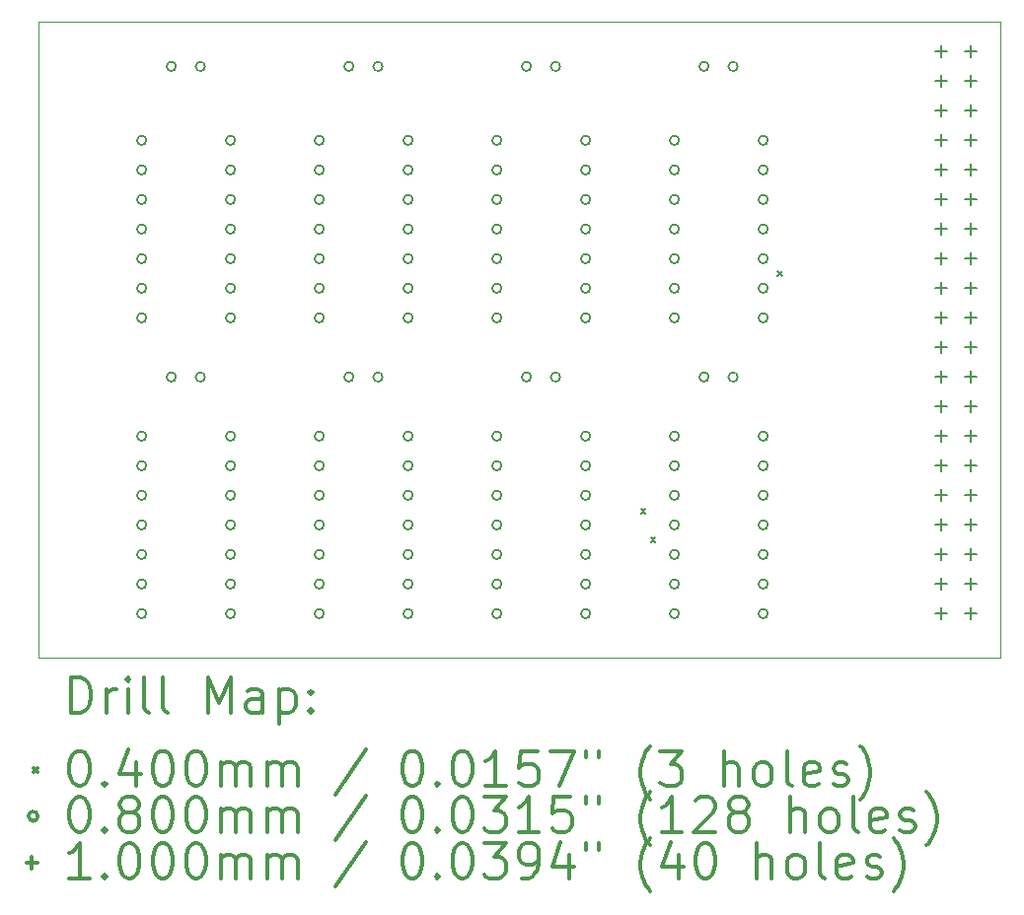
<source format=gbr>
%FSLAX45Y45*%
G04 Gerber Fmt 4.5, Leading zero omitted, Abs format (unit mm)*
G04 Created by KiCad (PCBNEW (5.1.12)-1) date 2022-10-05 17:56:05*
%MOMM*%
%LPD*%
G01*
G04 APERTURE LIST*
%TA.AperFunction,Profile*%
%ADD10C,0.050000*%
%TD*%
%ADD11C,0.200000*%
%ADD12C,0.300000*%
G04 APERTURE END LIST*
D10*
X12700000Y-10541000D02*
X12700000Y-5080000D01*
X20955000Y-10541000D02*
X12700000Y-10541000D01*
X20955000Y-5080000D02*
X20955000Y-10541000D01*
X12700000Y-5080000D02*
X20955000Y-5080000D01*
D11*
X17873860Y-9262200D02*
X17913860Y-9302200D01*
X17913860Y-9262200D02*
X17873860Y-9302200D01*
X17958310Y-9505000D02*
X17998310Y-9545000D01*
X17998310Y-9505000D02*
X17958310Y-9545000D01*
X19045890Y-7219000D02*
X19085890Y-7259000D01*
X19085890Y-7219000D02*
X19045890Y-7259000D01*
X13629000Y-6096000D02*
G75*
G03*
X13629000Y-6096000I-40000J0D01*
G01*
X13629000Y-6350000D02*
G75*
G03*
X13629000Y-6350000I-40000J0D01*
G01*
X13629000Y-6604000D02*
G75*
G03*
X13629000Y-6604000I-40000J0D01*
G01*
X13629000Y-6858000D02*
G75*
G03*
X13629000Y-6858000I-40000J0D01*
G01*
X13629000Y-7112000D02*
G75*
G03*
X13629000Y-7112000I-40000J0D01*
G01*
X13629000Y-7366000D02*
G75*
G03*
X13629000Y-7366000I-40000J0D01*
G01*
X13629000Y-7620000D02*
G75*
G03*
X13629000Y-7620000I-40000J0D01*
G01*
X13629000Y-8636000D02*
G75*
G03*
X13629000Y-8636000I-40000J0D01*
G01*
X13629000Y-8890000D02*
G75*
G03*
X13629000Y-8890000I-40000J0D01*
G01*
X13629000Y-9144000D02*
G75*
G03*
X13629000Y-9144000I-40000J0D01*
G01*
X13629000Y-9398000D02*
G75*
G03*
X13629000Y-9398000I-40000J0D01*
G01*
X13629000Y-9652000D02*
G75*
G03*
X13629000Y-9652000I-40000J0D01*
G01*
X13629000Y-9906000D02*
G75*
G03*
X13629000Y-9906000I-40000J0D01*
G01*
X13629000Y-10160000D02*
G75*
G03*
X13629000Y-10160000I-40000J0D01*
G01*
X13883000Y-5461000D02*
G75*
G03*
X13883000Y-5461000I-40000J0D01*
G01*
X13883000Y-8128000D02*
G75*
G03*
X13883000Y-8128000I-40000J0D01*
G01*
X14133000Y-5461000D02*
G75*
G03*
X14133000Y-5461000I-40000J0D01*
G01*
X14133000Y-8128000D02*
G75*
G03*
X14133000Y-8128000I-40000J0D01*
G01*
X14391000Y-6096000D02*
G75*
G03*
X14391000Y-6096000I-40000J0D01*
G01*
X14391000Y-6350000D02*
G75*
G03*
X14391000Y-6350000I-40000J0D01*
G01*
X14391000Y-6604000D02*
G75*
G03*
X14391000Y-6604000I-40000J0D01*
G01*
X14391000Y-6858000D02*
G75*
G03*
X14391000Y-6858000I-40000J0D01*
G01*
X14391000Y-7112000D02*
G75*
G03*
X14391000Y-7112000I-40000J0D01*
G01*
X14391000Y-7366000D02*
G75*
G03*
X14391000Y-7366000I-40000J0D01*
G01*
X14391000Y-7620000D02*
G75*
G03*
X14391000Y-7620000I-40000J0D01*
G01*
X14391000Y-8636000D02*
G75*
G03*
X14391000Y-8636000I-40000J0D01*
G01*
X14391000Y-8890000D02*
G75*
G03*
X14391000Y-8890000I-40000J0D01*
G01*
X14391000Y-9144000D02*
G75*
G03*
X14391000Y-9144000I-40000J0D01*
G01*
X14391000Y-9398000D02*
G75*
G03*
X14391000Y-9398000I-40000J0D01*
G01*
X14391000Y-9652000D02*
G75*
G03*
X14391000Y-9652000I-40000J0D01*
G01*
X14391000Y-9906000D02*
G75*
G03*
X14391000Y-9906000I-40000J0D01*
G01*
X14391000Y-10160000D02*
G75*
G03*
X14391000Y-10160000I-40000J0D01*
G01*
X15153000Y-6096000D02*
G75*
G03*
X15153000Y-6096000I-40000J0D01*
G01*
X15153000Y-6350000D02*
G75*
G03*
X15153000Y-6350000I-40000J0D01*
G01*
X15153000Y-6604000D02*
G75*
G03*
X15153000Y-6604000I-40000J0D01*
G01*
X15153000Y-6858000D02*
G75*
G03*
X15153000Y-6858000I-40000J0D01*
G01*
X15153000Y-7112000D02*
G75*
G03*
X15153000Y-7112000I-40000J0D01*
G01*
X15153000Y-7366000D02*
G75*
G03*
X15153000Y-7366000I-40000J0D01*
G01*
X15153000Y-7620000D02*
G75*
G03*
X15153000Y-7620000I-40000J0D01*
G01*
X15153000Y-8636000D02*
G75*
G03*
X15153000Y-8636000I-40000J0D01*
G01*
X15153000Y-8890000D02*
G75*
G03*
X15153000Y-8890000I-40000J0D01*
G01*
X15153000Y-9144000D02*
G75*
G03*
X15153000Y-9144000I-40000J0D01*
G01*
X15153000Y-9398000D02*
G75*
G03*
X15153000Y-9398000I-40000J0D01*
G01*
X15153000Y-9652000D02*
G75*
G03*
X15153000Y-9652000I-40000J0D01*
G01*
X15153000Y-9906000D02*
G75*
G03*
X15153000Y-9906000I-40000J0D01*
G01*
X15153000Y-10160000D02*
G75*
G03*
X15153000Y-10160000I-40000J0D01*
G01*
X15407000Y-5461000D02*
G75*
G03*
X15407000Y-5461000I-40000J0D01*
G01*
X15407000Y-8128000D02*
G75*
G03*
X15407000Y-8128000I-40000J0D01*
G01*
X15657000Y-5461000D02*
G75*
G03*
X15657000Y-5461000I-40000J0D01*
G01*
X15657000Y-8128000D02*
G75*
G03*
X15657000Y-8128000I-40000J0D01*
G01*
X15915000Y-6096000D02*
G75*
G03*
X15915000Y-6096000I-40000J0D01*
G01*
X15915000Y-6350000D02*
G75*
G03*
X15915000Y-6350000I-40000J0D01*
G01*
X15915000Y-6604000D02*
G75*
G03*
X15915000Y-6604000I-40000J0D01*
G01*
X15915000Y-6858000D02*
G75*
G03*
X15915000Y-6858000I-40000J0D01*
G01*
X15915000Y-7112000D02*
G75*
G03*
X15915000Y-7112000I-40000J0D01*
G01*
X15915000Y-7366000D02*
G75*
G03*
X15915000Y-7366000I-40000J0D01*
G01*
X15915000Y-7620000D02*
G75*
G03*
X15915000Y-7620000I-40000J0D01*
G01*
X15915000Y-8636000D02*
G75*
G03*
X15915000Y-8636000I-40000J0D01*
G01*
X15915000Y-8890000D02*
G75*
G03*
X15915000Y-8890000I-40000J0D01*
G01*
X15915000Y-9144000D02*
G75*
G03*
X15915000Y-9144000I-40000J0D01*
G01*
X15915000Y-9398000D02*
G75*
G03*
X15915000Y-9398000I-40000J0D01*
G01*
X15915000Y-9652000D02*
G75*
G03*
X15915000Y-9652000I-40000J0D01*
G01*
X15915000Y-9906000D02*
G75*
G03*
X15915000Y-9906000I-40000J0D01*
G01*
X15915000Y-10160000D02*
G75*
G03*
X15915000Y-10160000I-40000J0D01*
G01*
X16677000Y-6096000D02*
G75*
G03*
X16677000Y-6096000I-40000J0D01*
G01*
X16677000Y-6350000D02*
G75*
G03*
X16677000Y-6350000I-40000J0D01*
G01*
X16677000Y-6604000D02*
G75*
G03*
X16677000Y-6604000I-40000J0D01*
G01*
X16677000Y-6858000D02*
G75*
G03*
X16677000Y-6858000I-40000J0D01*
G01*
X16677000Y-7112000D02*
G75*
G03*
X16677000Y-7112000I-40000J0D01*
G01*
X16677000Y-7366000D02*
G75*
G03*
X16677000Y-7366000I-40000J0D01*
G01*
X16677000Y-7620000D02*
G75*
G03*
X16677000Y-7620000I-40000J0D01*
G01*
X16677000Y-8636000D02*
G75*
G03*
X16677000Y-8636000I-40000J0D01*
G01*
X16677000Y-8890000D02*
G75*
G03*
X16677000Y-8890000I-40000J0D01*
G01*
X16677000Y-9144000D02*
G75*
G03*
X16677000Y-9144000I-40000J0D01*
G01*
X16677000Y-9398000D02*
G75*
G03*
X16677000Y-9398000I-40000J0D01*
G01*
X16677000Y-9652000D02*
G75*
G03*
X16677000Y-9652000I-40000J0D01*
G01*
X16677000Y-9906000D02*
G75*
G03*
X16677000Y-9906000I-40000J0D01*
G01*
X16677000Y-10160000D02*
G75*
G03*
X16677000Y-10160000I-40000J0D01*
G01*
X16931000Y-5461000D02*
G75*
G03*
X16931000Y-5461000I-40000J0D01*
G01*
X16931000Y-8128000D02*
G75*
G03*
X16931000Y-8128000I-40000J0D01*
G01*
X17181000Y-5461000D02*
G75*
G03*
X17181000Y-5461000I-40000J0D01*
G01*
X17181000Y-8128000D02*
G75*
G03*
X17181000Y-8128000I-40000J0D01*
G01*
X17439000Y-6096000D02*
G75*
G03*
X17439000Y-6096000I-40000J0D01*
G01*
X17439000Y-6350000D02*
G75*
G03*
X17439000Y-6350000I-40000J0D01*
G01*
X17439000Y-6604000D02*
G75*
G03*
X17439000Y-6604000I-40000J0D01*
G01*
X17439000Y-6858000D02*
G75*
G03*
X17439000Y-6858000I-40000J0D01*
G01*
X17439000Y-7112000D02*
G75*
G03*
X17439000Y-7112000I-40000J0D01*
G01*
X17439000Y-7366000D02*
G75*
G03*
X17439000Y-7366000I-40000J0D01*
G01*
X17439000Y-7620000D02*
G75*
G03*
X17439000Y-7620000I-40000J0D01*
G01*
X17439000Y-8636000D02*
G75*
G03*
X17439000Y-8636000I-40000J0D01*
G01*
X17439000Y-8890000D02*
G75*
G03*
X17439000Y-8890000I-40000J0D01*
G01*
X17439000Y-9144000D02*
G75*
G03*
X17439000Y-9144000I-40000J0D01*
G01*
X17439000Y-9398000D02*
G75*
G03*
X17439000Y-9398000I-40000J0D01*
G01*
X17439000Y-9652000D02*
G75*
G03*
X17439000Y-9652000I-40000J0D01*
G01*
X17439000Y-9906000D02*
G75*
G03*
X17439000Y-9906000I-40000J0D01*
G01*
X17439000Y-10160000D02*
G75*
G03*
X17439000Y-10160000I-40000J0D01*
G01*
X18201000Y-6096000D02*
G75*
G03*
X18201000Y-6096000I-40000J0D01*
G01*
X18201000Y-6350000D02*
G75*
G03*
X18201000Y-6350000I-40000J0D01*
G01*
X18201000Y-6604000D02*
G75*
G03*
X18201000Y-6604000I-40000J0D01*
G01*
X18201000Y-6858000D02*
G75*
G03*
X18201000Y-6858000I-40000J0D01*
G01*
X18201000Y-7112000D02*
G75*
G03*
X18201000Y-7112000I-40000J0D01*
G01*
X18201000Y-7366000D02*
G75*
G03*
X18201000Y-7366000I-40000J0D01*
G01*
X18201000Y-7620000D02*
G75*
G03*
X18201000Y-7620000I-40000J0D01*
G01*
X18201000Y-8636000D02*
G75*
G03*
X18201000Y-8636000I-40000J0D01*
G01*
X18201000Y-8890000D02*
G75*
G03*
X18201000Y-8890000I-40000J0D01*
G01*
X18201000Y-9144000D02*
G75*
G03*
X18201000Y-9144000I-40000J0D01*
G01*
X18201000Y-9398000D02*
G75*
G03*
X18201000Y-9398000I-40000J0D01*
G01*
X18201000Y-9652000D02*
G75*
G03*
X18201000Y-9652000I-40000J0D01*
G01*
X18201000Y-9906000D02*
G75*
G03*
X18201000Y-9906000I-40000J0D01*
G01*
X18201000Y-10160000D02*
G75*
G03*
X18201000Y-10160000I-40000J0D01*
G01*
X18455000Y-5461000D02*
G75*
G03*
X18455000Y-5461000I-40000J0D01*
G01*
X18455000Y-8128000D02*
G75*
G03*
X18455000Y-8128000I-40000J0D01*
G01*
X18705000Y-5461000D02*
G75*
G03*
X18705000Y-5461000I-40000J0D01*
G01*
X18705000Y-8128000D02*
G75*
G03*
X18705000Y-8128000I-40000J0D01*
G01*
X18963000Y-6096000D02*
G75*
G03*
X18963000Y-6096000I-40000J0D01*
G01*
X18963000Y-6350000D02*
G75*
G03*
X18963000Y-6350000I-40000J0D01*
G01*
X18963000Y-6604000D02*
G75*
G03*
X18963000Y-6604000I-40000J0D01*
G01*
X18963000Y-6858000D02*
G75*
G03*
X18963000Y-6858000I-40000J0D01*
G01*
X18963000Y-7112000D02*
G75*
G03*
X18963000Y-7112000I-40000J0D01*
G01*
X18963000Y-7366000D02*
G75*
G03*
X18963000Y-7366000I-40000J0D01*
G01*
X18963000Y-7620000D02*
G75*
G03*
X18963000Y-7620000I-40000J0D01*
G01*
X18963000Y-8636000D02*
G75*
G03*
X18963000Y-8636000I-40000J0D01*
G01*
X18963000Y-8890000D02*
G75*
G03*
X18963000Y-8890000I-40000J0D01*
G01*
X18963000Y-9144000D02*
G75*
G03*
X18963000Y-9144000I-40000J0D01*
G01*
X18963000Y-9398000D02*
G75*
G03*
X18963000Y-9398000I-40000J0D01*
G01*
X18963000Y-9652000D02*
G75*
G03*
X18963000Y-9652000I-40000J0D01*
G01*
X18963000Y-9906000D02*
G75*
G03*
X18963000Y-9906000I-40000J0D01*
G01*
X18963000Y-10160000D02*
G75*
G03*
X18963000Y-10160000I-40000J0D01*
G01*
X20447000Y-5284000D02*
X20447000Y-5384000D01*
X20397000Y-5334000D02*
X20497000Y-5334000D01*
X20447000Y-5538000D02*
X20447000Y-5638000D01*
X20397000Y-5588000D02*
X20497000Y-5588000D01*
X20447000Y-5792000D02*
X20447000Y-5892000D01*
X20397000Y-5842000D02*
X20497000Y-5842000D01*
X20447000Y-6046000D02*
X20447000Y-6146000D01*
X20397000Y-6096000D02*
X20497000Y-6096000D01*
X20447000Y-6300000D02*
X20447000Y-6400000D01*
X20397000Y-6350000D02*
X20497000Y-6350000D01*
X20447000Y-6554000D02*
X20447000Y-6654000D01*
X20397000Y-6604000D02*
X20497000Y-6604000D01*
X20447000Y-6808000D02*
X20447000Y-6908000D01*
X20397000Y-6858000D02*
X20497000Y-6858000D01*
X20447000Y-7062000D02*
X20447000Y-7162000D01*
X20397000Y-7112000D02*
X20497000Y-7112000D01*
X20447000Y-7316000D02*
X20447000Y-7416000D01*
X20397000Y-7366000D02*
X20497000Y-7366000D01*
X20447000Y-7570000D02*
X20447000Y-7670000D01*
X20397000Y-7620000D02*
X20497000Y-7620000D01*
X20447000Y-7824000D02*
X20447000Y-7924000D01*
X20397000Y-7874000D02*
X20497000Y-7874000D01*
X20447000Y-8078000D02*
X20447000Y-8178000D01*
X20397000Y-8128000D02*
X20497000Y-8128000D01*
X20447000Y-8332000D02*
X20447000Y-8432000D01*
X20397000Y-8382000D02*
X20497000Y-8382000D01*
X20447000Y-8586000D02*
X20447000Y-8686000D01*
X20397000Y-8636000D02*
X20497000Y-8636000D01*
X20447000Y-8840000D02*
X20447000Y-8940000D01*
X20397000Y-8890000D02*
X20497000Y-8890000D01*
X20447000Y-9094000D02*
X20447000Y-9194000D01*
X20397000Y-9144000D02*
X20497000Y-9144000D01*
X20447000Y-9348000D02*
X20447000Y-9448000D01*
X20397000Y-9398000D02*
X20497000Y-9398000D01*
X20447000Y-9602000D02*
X20447000Y-9702000D01*
X20397000Y-9652000D02*
X20497000Y-9652000D01*
X20447000Y-9856000D02*
X20447000Y-9956000D01*
X20397000Y-9906000D02*
X20497000Y-9906000D01*
X20447000Y-10110000D02*
X20447000Y-10210000D01*
X20397000Y-10160000D02*
X20497000Y-10160000D01*
X20701000Y-5284000D02*
X20701000Y-5384000D01*
X20651000Y-5334000D02*
X20751000Y-5334000D01*
X20701000Y-5538000D02*
X20701000Y-5638000D01*
X20651000Y-5588000D02*
X20751000Y-5588000D01*
X20701000Y-5792000D02*
X20701000Y-5892000D01*
X20651000Y-5842000D02*
X20751000Y-5842000D01*
X20701000Y-6046000D02*
X20701000Y-6146000D01*
X20651000Y-6096000D02*
X20751000Y-6096000D01*
X20701000Y-6300000D02*
X20701000Y-6400000D01*
X20651000Y-6350000D02*
X20751000Y-6350000D01*
X20701000Y-6554000D02*
X20701000Y-6654000D01*
X20651000Y-6604000D02*
X20751000Y-6604000D01*
X20701000Y-6808000D02*
X20701000Y-6908000D01*
X20651000Y-6858000D02*
X20751000Y-6858000D01*
X20701000Y-7062000D02*
X20701000Y-7162000D01*
X20651000Y-7112000D02*
X20751000Y-7112000D01*
X20701000Y-7316000D02*
X20701000Y-7416000D01*
X20651000Y-7366000D02*
X20751000Y-7366000D01*
X20701000Y-7570000D02*
X20701000Y-7670000D01*
X20651000Y-7620000D02*
X20751000Y-7620000D01*
X20701000Y-7824000D02*
X20701000Y-7924000D01*
X20651000Y-7874000D02*
X20751000Y-7874000D01*
X20701000Y-8078000D02*
X20701000Y-8178000D01*
X20651000Y-8128000D02*
X20751000Y-8128000D01*
X20701000Y-8332000D02*
X20701000Y-8432000D01*
X20651000Y-8382000D02*
X20751000Y-8382000D01*
X20701000Y-8586000D02*
X20701000Y-8686000D01*
X20651000Y-8636000D02*
X20751000Y-8636000D01*
X20701000Y-8840000D02*
X20701000Y-8940000D01*
X20651000Y-8890000D02*
X20751000Y-8890000D01*
X20701000Y-9094000D02*
X20701000Y-9194000D01*
X20651000Y-9144000D02*
X20751000Y-9144000D01*
X20701000Y-9348000D02*
X20701000Y-9448000D01*
X20651000Y-9398000D02*
X20751000Y-9398000D01*
X20701000Y-9602000D02*
X20701000Y-9702000D01*
X20651000Y-9652000D02*
X20751000Y-9652000D01*
X20701000Y-9856000D02*
X20701000Y-9956000D01*
X20651000Y-9906000D02*
X20751000Y-9906000D01*
X20701000Y-10110000D02*
X20701000Y-10210000D01*
X20651000Y-10160000D02*
X20751000Y-10160000D01*
D12*
X12983928Y-11009214D02*
X12983928Y-10709214D01*
X13055357Y-10709214D01*
X13098214Y-10723500D01*
X13126786Y-10752072D01*
X13141071Y-10780643D01*
X13155357Y-10837786D01*
X13155357Y-10880643D01*
X13141071Y-10937786D01*
X13126786Y-10966357D01*
X13098214Y-10994929D01*
X13055357Y-11009214D01*
X12983928Y-11009214D01*
X13283928Y-11009214D02*
X13283928Y-10809214D01*
X13283928Y-10866357D02*
X13298214Y-10837786D01*
X13312500Y-10823500D01*
X13341071Y-10809214D01*
X13369643Y-10809214D01*
X13469643Y-11009214D02*
X13469643Y-10809214D01*
X13469643Y-10709214D02*
X13455357Y-10723500D01*
X13469643Y-10737786D01*
X13483928Y-10723500D01*
X13469643Y-10709214D01*
X13469643Y-10737786D01*
X13655357Y-11009214D02*
X13626786Y-10994929D01*
X13612500Y-10966357D01*
X13612500Y-10709214D01*
X13812500Y-11009214D02*
X13783928Y-10994929D01*
X13769643Y-10966357D01*
X13769643Y-10709214D01*
X14155357Y-11009214D02*
X14155357Y-10709214D01*
X14255357Y-10923500D01*
X14355357Y-10709214D01*
X14355357Y-11009214D01*
X14626786Y-11009214D02*
X14626786Y-10852072D01*
X14612500Y-10823500D01*
X14583928Y-10809214D01*
X14526786Y-10809214D01*
X14498214Y-10823500D01*
X14626786Y-10994929D02*
X14598214Y-11009214D01*
X14526786Y-11009214D01*
X14498214Y-10994929D01*
X14483928Y-10966357D01*
X14483928Y-10937786D01*
X14498214Y-10909214D01*
X14526786Y-10894929D01*
X14598214Y-10894929D01*
X14626786Y-10880643D01*
X14769643Y-10809214D02*
X14769643Y-11109214D01*
X14769643Y-10823500D02*
X14798214Y-10809214D01*
X14855357Y-10809214D01*
X14883928Y-10823500D01*
X14898214Y-10837786D01*
X14912500Y-10866357D01*
X14912500Y-10952072D01*
X14898214Y-10980643D01*
X14883928Y-10994929D01*
X14855357Y-11009214D01*
X14798214Y-11009214D01*
X14769643Y-10994929D01*
X15041071Y-10980643D02*
X15055357Y-10994929D01*
X15041071Y-11009214D01*
X15026786Y-10994929D01*
X15041071Y-10980643D01*
X15041071Y-11009214D01*
X15041071Y-10823500D02*
X15055357Y-10837786D01*
X15041071Y-10852072D01*
X15026786Y-10837786D01*
X15041071Y-10823500D01*
X15041071Y-10852072D01*
X12657500Y-11483500D02*
X12697500Y-11523500D01*
X12697500Y-11483500D02*
X12657500Y-11523500D01*
X13041071Y-11339214D02*
X13069643Y-11339214D01*
X13098214Y-11353500D01*
X13112500Y-11367786D01*
X13126786Y-11396357D01*
X13141071Y-11453500D01*
X13141071Y-11524929D01*
X13126786Y-11582071D01*
X13112500Y-11610643D01*
X13098214Y-11624929D01*
X13069643Y-11639214D01*
X13041071Y-11639214D01*
X13012500Y-11624929D01*
X12998214Y-11610643D01*
X12983928Y-11582071D01*
X12969643Y-11524929D01*
X12969643Y-11453500D01*
X12983928Y-11396357D01*
X12998214Y-11367786D01*
X13012500Y-11353500D01*
X13041071Y-11339214D01*
X13269643Y-11610643D02*
X13283928Y-11624929D01*
X13269643Y-11639214D01*
X13255357Y-11624929D01*
X13269643Y-11610643D01*
X13269643Y-11639214D01*
X13541071Y-11439214D02*
X13541071Y-11639214D01*
X13469643Y-11324929D02*
X13398214Y-11539214D01*
X13583928Y-11539214D01*
X13755357Y-11339214D02*
X13783928Y-11339214D01*
X13812500Y-11353500D01*
X13826786Y-11367786D01*
X13841071Y-11396357D01*
X13855357Y-11453500D01*
X13855357Y-11524929D01*
X13841071Y-11582071D01*
X13826786Y-11610643D01*
X13812500Y-11624929D01*
X13783928Y-11639214D01*
X13755357Y-11639214D01*
X13726786Y-11624929D01*
X13712500Y-11610643D01*
X13698214Y-11582071D01*
X13683928Y-11524929D01*
X13683928Y-11453500D01*
X13698214Y-11396357D01*
X13712500Y-11367786D01*
X13726786Y-11353500D01*
X13755357Y-11339214D01*
X14041071Y-11339214D02*
X14069643Y-11339214D01*
X14098214Y-11353500D01*
X14112500Y-11367786D01*
X14126786Y-11396357D01*
X14141071Y-11453500D01*
X14141071Y-11524929D01*
X14126786Y-11582071D01*
X14112500Y-11610643D01*
X14098214Y-11624929D01*
X14069643Y-11639214D01*
X14041071Y-11639214D01*
X14012500Y-11624929D01*
X13998214Y-11610643D01*
X13983928Y-11582071D01*
X13969643Y-11524929D01*
X13969643Y-11453500D01*
X13983928Y-11396357D01*
X13998214Y-11367786D01*
X14012500Y-11353500D01*
X14041071Y-11339214D01*
X14269643Y-11639214D02*
X14269643Y-11439214D01*
X14269643Y-11467786D02*
X14283928Y-11453500D01*
X14312500Y-11439214D01*
X14355357Y-11439214D01*
X14383928Y-11453500D01*
X14398214Y-11482071D01*
X14398214Y-11639214D01*
X14398214Y-11482071D02*
X14412500Y-11453500D01*
X14441071Y-11439214D01*
X14483928Y-11439214D01*
X14512500Y-11453500D01*
X14526786Y-11482071D01*
X14526786Y-11639214D01*
X14669643Y-11639214D02*
X14669643Y-11439214D01*
X14669643Y-11467786D02*
X14683928Y-11453500D01*
X14712500Y-11439214D01*
X14755357Y-11439214D01*
X14783928Y-11453500D01*
X14798214Y-11482071D01*
X14798214Y-11639214D01*
X14798214Y-11482071D02*
X14812500Y-11453500D01*
X14841071Y-11439214D01*
X14883928Y-11439214D01*
X14912500Y-11453500D01*
X14926786Y-11482071D01*
X14926786Y-11639214D01*
X15512500Y-11324929D02*
X15255357Y-11710643D01*
X15898214Y-11339214D02*
X15926786Y-11339214D01*
X15955357Y-11353500D01*
X15969643Y-11367786D01*
X15983928Y-11396357D01*
X15998214Y-11453500D01*
X15998214Y-11524929D01*
X15983928Y-11582071D01*
X15969643Y-11610643D01*
X15955357Y-11624929D01*
X15926786Y-11639214D01*
X15898214Y-11639214D01*
X15869643Y-11624929D01*
X15855357Y-11610643D01*
X15841071Y-11582071D01*
X15826786Y-11524929D01*
X15826786Y-11453500D01*
X15841071Y-11396357D01*
X15855357Y-11367786D01*
X15869643Y-11353500D01*
X15898214Y-11339214D01*
X16126786Y-11610643D02*
X16141071Y-11624929D01*
X16126786Y-11639214D01*
X16112500Y-11624929D01*
X16126786Y-11610643D01*
X16126786Y-11639214D01*
X16326786Y-11339214D02*
X16355357Y-11339214D01*
X16383928Y-11353500D01*
X16398214Y-11367786D01*
X16412500Y-11396357D01*
X16426786Y-11453500D01*
X16426786Y-11524929D01*
X16412500Y-11582071D01*
X16398214Y-11610643D01*
X16383928Y-11624929D01*
X16355357Y-11639214D01*
X16326786Y-11639214D01*
X16298214Y-11624929D01*
X16283928Y-11610643D01*
X16269643Y-11582071D01*
X16255357Y-11524929D01*
X16255357Y-11453500D01*
X16269643Y-11396357D01*
X16283928Y-11367786D01*
X16298214Y-11353500D01*
X16326786Y-11339214D01*
X16712500Y-11639214D02*
X16541071Y-11639214D01*
X16626786Y-11639214D02*
X16626786Y-11339214D01*
X16598214Y-11382071D01*
X16569643Y-11410643D01*
X16541071Y-11424929D01*
X16983928Y-11339214D02*
X16841071Y-11339214D01*
X16826786Y-11482071D01*
X16841071Y-11467786D01*
X16869643Y-11453500D01*
X16941071Y-11453500D01*
X16969643Y-11467786D01*
X16983928Y-11482071D01*
X16998214Y-11510643D01*
X16998214Y-11582071D01*
X16983928Y-11610643D01*
X16969643Y-11624929D01*
X16941071Y-11639214D01*
X16869643Y-11639214D01*
X16841071Y-11624929D01*
X16826786Y-11610643D01*
X17098214Y-11339214D02*
X17298214Y-11339214D01*
X17169643Y-11639214D01*
X17398214Y-11339214D02*
X17398214Y-11396357D01*
X17512500Y-11339214D02*
X17512500Y-11396357D01*
X17955357Y-11753500D02*
X17941071Y-11739214D01*
X17912500Y-11696357D01*
X17898214Y-11667786D01*
X17883928Y-11624929D01*
X17869643Y-11553500D01*
X17869643Y-11496357D01*
X17883928Y-11424929D01*
X17898214Y-11382071D01*
X17912500Y-11353500D01*
X17941071Y-11310643D01*
X17955357Y-11296357D01*
X18041071Y-11339214D02*
X18226786Y-11339214D01*
X18126786Y-11453500D01*
X18169643Y-11453500D01*
X18198214Y-11467786D01*
X18212500Y-11482071D01*
X18226786Y-11510643D01*
X18226786Y-11582071D01*
X18212500Y-11610643D01*
X18198214Y-11624929D01*
X18169643Y-11639214D01*
X18083928Y-11639214D01*
X18055357Y-11624929D01*
X18041071Y-11610643D01*
X18583928Y-11639214D02*
X18583928Y-11339214D01*
X18712500Y-11639214D02*
X18712500Y-11482071D01*
X18698214Y-11453500D01*
X18669643Y-11439214D01*
X18626786Y-11439214D01*
X18598214Y-11453500D01*
X18583928Y-11467786D01*
X18898214Y-11639214D02*
X18869643Y-11624929D01*
X18855357Y-11610643D01*
X18841071Y-11582071D01*
X18841071Y-11496357D01*
X18855357Y-11467786D01*
X18869643Y-11453500D01*
X18898214Y-11439214D01*
X18941071Y-11439214D01*
X18969643Y-11453500D01*
X18983928Y-11467786D01*
X18998214Y-11496357D01*
X18998214Y-11582071D01*
X18983928Y-11610643D01*
X18969643Y-11624929D01*
X18941071Y-11639214D01*
X18898214Y-11639214D01*
X19169643Y-11639214D02*
X19141071Y-11624929D01*
X19126786Y-11596357D01*
X19126786Y-11339214D01*
X19398214Y-11624929D02*
X19369643Y-11639214D01*
X19312500Y-11639214D01*
X19283928Y-11624929D01*
X19269643Y-11596357D01*
X19269643Y-11482071D01*
X19283928Y-11453500D01*
X19312500Y-11439214D01*
X19369643Y-11439214D01*
X19398214Y-11453500D01*
X19412500Y-11482071D01*
X19412500Y-11510643D01*
X19269643Y-11539214D01*
X19526786Y-11624929D02*
X19555357Y-11639214D01*
X19612500Y-11639214D01*
X19641071Y-11624929D01*
X19655357Y-11596357D01*
X19655357Y-11582071D01*
X19641071Y-11553500D01*
X19612500Y-11539214D01*
X19569643Y-11539214D01*
X19541071Y-11524929D01*
X19526786Y-11496357D01*
X19526786Y-11482071D01*
X19541071Y-11453500D01*
X19569643Y-11439214D01*
X19612500Y-11439214D01*
X19641071Y-11453500D01*
X19755357Y-11753500D02*
X19769643Y-11739214D01*
X19798214Y-11696357D01*
X19812500Y-11667786D01*
X19826786Y-11624929D01*
X19841071Y-11553500D01*
X19841071Y-11496357D01*
X19826786Y-11424929D01*
X19812500Y-11382071D01*
X19798214Y-11353500D01*
X19769643Y-11310643D01*
X19755357Y-11296357D01*
X12697500Y-11899500D02*
G75*
G03*
X12697500Y-11899500I-40000J0D01*
G01*
X13041071Y-11735214D02*
X13069643Y-11735214D01*
X13098214Y-11749500D01*
X13112500Y-11763786D01*
X13126786Y-11792357D01*
X13141071Y-11849500D01*
X13141071Y-11920929D01*
X13126786Y-11978071D01*
X13112500Y-12006643D01*
X13098214Y-12020929D01*
X13069643Y-12035214D01*
X13041071Y-12035214D01*
X13012500Y-12020929D01*
X12998214Y-12006643D01*
X12983928Y-11978071D01*
X12969643Y-11920929D01*
X12969643Y-11849500D01*
X12983928Y-11792357D01*
X12998214Y-11763786D01*
X13012500Y-11749500D01*
X13041071Y-11735214D01*
X13269643Y-12006643D02*
X13283928Y-12020929D01*
X13269643Y-12035214D01*
X13255357Y-12020929D01*
X13269643Y-12006643D01*
X13269643Y-12035214D01*
X13455357Y-11863786D02*
X13426786Y-11849500D01*
X13412500Y-11835214D01*
X13398214Y-11806643D01*
X13398214Y-11792357D01*
X13412500Y-11763786D01*
X13426786Y-11749500D01*
X13455357Y-11735214D01*
X13512500Y-11735214D01*
X13541071Y-11749500D01*
X13555357Y-11763786D01*
X13569643Y-11792357D01*
X13569643Y-11806643D01*
X13555357Y-11835214D01*
X13541071Y-11849500D01*
X13512500Y-11863786D01*
X13455357Y-11863786D01*
X13426786Y-11878071D01*
X13412500Y-11892357D01*
X13398214Y-11920929D01*
X13398214Y-11978071D01*
X13412500Y-12006643D01*
X13426786Y-12020929D01*
X13455357Y-12035214D01*
X13512500Y-12035214D01*
X13541071Y-12020929D01*
X13555357Y-12006643D01*
X13569643Y-11978071D01*
X13569643Y-11920929D01*
X13555357Y-11892357D01*
X13541071Y-11878071D01*
X13512500Y-11863786D01*
X13755357Y-11735214D02*
X13783928Y-11735214D01*
X13812500Y-11749500D01*
X13826786Y-11763786D01*
X13841071Y-11792357D01*
X13855357Y-11849500D01*
X13855357Y-11920929D01*
X13841071Y-11978071D01*
X13826786Y-12006643D01*
X13812500Y-12020929D01*
X13783928Y-12035214D01*
X13755357Y-12035214D01*
X13726786Y-12020929D01*
X13712500Y-12006643D01*
X13698214Y-11978071D01*
X13683928Y-11920929D01*
X13683928Y-11849500D01*
X13698214Y-11792357D01*
X13712500Y-11763786D01*
X13726786Y-11749500D01*
X13755357Y-11735214D01*
X14041071Y-11735214D02*
X14069643Y-11735214D01*
X14098214Y-11749500D01*
X14112500Y-11763786D01*
X14126786Y-11792357D01*
X14141071Y-11849500D01*
X14141071Y-11920929D01*
X14126786Y-11978071D01*
X14112500Y-12006643D01*
X14098214Y-12020929D01*
X14069643Y-12035214D01*
X14041071Y-12035214D01*
X14012500Y-12020929D01*
X13998214Y-12006643D01*
X13983928Y-11978071D01*
X13969643Y-11920929D01*
X13969643Y-11849500D01*
X13983928Y-11792357D01*
X13998214Y-11763786D01*
X14012500Y-11749500D01*
X14041071Y-11735214D01*
X14269643Y-12035214D02*
X14269643Y-11835214D01*
X14269643Y-11863786D02*
X14283928Y-11849500D01*
X14312500Y-11835214D01*
X14355357Y-11835214D01*
X14383928Y-11849500D01*
X14398214Y-11878071D01*
X14398214Y-12035214D01*
X14398214Y-11878071D02*
X14412500Y-11849500D01*
X14441071Y-11835214D01*
X14483928Y-11835214D01*
X14512500Y-11849500D01*
X14526786Y-11878071D01*
X14526786Y-12035214D01*
X14669643Y-12035214D02*
X14669643Y-11835214D01*
X14669643Y-11863786D02*
X14683928Y-11849500D01*
X14712500Y-11835214D01*
X14755357Y-11835214D01*
X14783928Y-11849500D01*
X14798214Y-11878071D01*
X14798214Y-12035214D01*
X14798214Y-11878071D02*
X14812500Y-11849500D01*
X14841071Y-11835214D01*
X14883928Y-11835214D01*
X14912500Y-11849500D01*
X14926786Y-11878071D01*
X14926786Y-12035214D01*
X15512500Y-11720929D02*
X15255357Y-12106643D01*
X15898214Y-11735214D02*
X15926786Y-11735214D01*
X15955357Y-11749500D01*
X15969643Y-11763786D01*
X15983928Y-11792357D01*
X15998214Y-11849500D01*
X15998214Y-11920929D01*
X15983928Y-11978071D01*
X15969643Y-12006643D01*
X15955357Y-12020929D01*
X15926786Y-12035214D01*
X15898214Y-12035214D01*
X15869643Y-12020929D01*
X15855357Y-12006643D01*
X15841071Y-11978071D01*
X15826786Y-11920929D01*
X15826786Y-11849500D01*
X15841071Y-11792357D01*
X15855357Y-11763786D01*
X15869643Y-11749500D01*
X15898214Y-11735214D01*
X16126786Y-12006643D02*
X16141071Y-12020929D01*
X16126786Y-12035214D01*
X16112500Y-12020929D01*
X16126786Y-12006643D01*
X16126786Y-12035214D01*
X16326786Y-11735214D02*
X16355357Y-11735214D01*
X16383928Y-11749500D01*
X16398214Y-11763786D01*
X16412500Y-11792357D01*
X16426786Y-11849500D01*
X16426786Y-11920929D01*
X16412500Y-11978071D01*
X16398214Y-12006643D01*
X16383928Y-12020929D01*
X16355357Y-12035214D01*
X16326786Y-12035214D01*
X16298214Y-12020929D01*
X16283928Y-12006643D01*
X16269643Y-11978071D01*
X16255357Y-11920929D01*
X16255357Y-11849500D01*
X16269643Y-11792357D01*
X16283928Y-11763786D01*
X16298214Y-11749500D01*
X16326786Y-11735214D01*
X16526786Y-11735214D02*
X16712500Y-11735214D01*
X16612500Y-11849500D01*
X16655357Y-11849500D01*
X16683928Y-11863786D01*
X16698214Y-11878071D01*
X16712500Y-11906643D01*
X16712500Y-11978071D01*
X16698214Y-12006643D01*
X16683928Y-12020929D01*
X16655357Y-12035214D01*
X16569643Y-12035214D01*
X16541071Y-12020929D01*
X16526786Y-12006643D01*
X16998214Y-12035214D02*
X16826786Y-12035214D01*
X16912500Y-12035214D02*
X16912500Y-11735214D01*
X16883928Y-11778071D01*
X16855357Y-11806643D01*
X16826786Y-11820929D01*
X17269643Y-11735214D02*
X17126786Y-11735214D01*
X17112500Y-11878071D01*
X17126786Y-11863786D01*
X17155357Y-11849500D01*
X17226786Y-11849500D01*
X17255357Y-11863786D01*
X17269643Y-11878071D01*
X17283928Y-11906643D01*
X17283928Y-11978071D01*
X17269643Y-12006643D01*
X17255357Y-12020929D01*
X17226786Y-12035214D01*
X17155357Y-12035214D01*
X17126786Y-12020929D01*
X17112500Y-12006643D01*
X17398214Y-11735214D02*
X17398214Y-11792357D01*
X17512500Y-11735214D02*
X17512500Y-11792357D01*
X17955357Y-12149500D02*
X17941071Y-12135214D01*
X17912500Y-12092357D01*
X17898214Y-12063786D01*
X17883928Y-12020929D01*
X17869643Y-11949500D01*
X17869643Y-11892357D01*
X17883928Y-11820929D01*
X17898214Y-11778071D01*
X17912500Y-11749500D01*
X17941071Y-11706643D01*
X17955357Y-11692357D01*
X18226786Y-12035214D02*
X18055357Y-12035214D01*
X18141071Y-12035214D02*
X18141071Y-11735214D01*
X18112500Y-11778071D01*
X18083928Y-11806643D01*
X18055357Y-11820929D01*
X18341071Y-11763786D02*
X18355357Y-11749500D01*
X18383928Y-11735214D01*
X18455357Y-11735214D01*
X18483928Y-11749500D01*
X18498214Y-11763786D01*
X18512500Y-11792357D01*
X18512500Y-11820929D01*
X18498214Y-11863786D01*
X18326786Y-12035214D01*
X18512500Y-12035214D01*
X18683928Y-11863786D02*
X18655357Y-11849500D01*
X18641071Y-11835214D01*
X18626786Y-11806643D01*
X18626786Y-11792357D01*
X18641071Y-11763786D01*
X18655357Y-11749500D01*
X18683928Y-11735214D01*
X18741071Y-11735214D01*
X18769643Y-11749500D01*
X18783928Y-11763786D01*
X18798214Y-11792357D01*
X18798214Y-11806643D01*
X18783928Y-11835214D01*
X18769643Y-11849500D01*
X18741071Y-11863786D01*
X18683928Y-11863786D01*
X18655357Y-11878071D01*
X18641071Y-11892357D01*
X18626786Y-11920929D01*
X18626786Y-11978071D01*
X18641071Y-12006643D01*
X18655357Y-12020929D01*
X18683928Y-12035214D01*
X18741071Y-12035214D01*
X18769643Y-12020929D01*
X18783928Y-12006643D01*
X18798214Y-11978071D01*
X18798214Y-11920929D01*
X18783928Y-11892357D01*
X18769643Y-11878071D01*
X18741071Y-11863786D01*
X19155357Y-12035214D02*
X19155357Y-11735214D01*
X19283928Y-12035214D02*
X19283928Y-11878071D01*
X19269643Y-11849500D01*
X19241071Y-11835214D01*
X19198214Y-11835214D01*
X19169643Y-11849500D01*
X19155357Y-11863786D01*
X19469643Y-12035214D02*
X19441071Y-12020929D01*
X19426786Y-12006643D01*
X19412500Y-11978071D01*
X19412500Y-11892357D01*
X19426786Y-11863786D01*
X19441071Y-11849500D01*
X19469643Y-11835214D01*
X19512500Y-11835214D01*
X19541071Y-11849500D01*
X19555357Y-11863786D01*
X19569643Y-11892357D01*
X19569643Y-11978071D01*
X19555357Y-12006643D01*
X19541071Y-12020929D01*
X19512500Y-12035214D01*
X19469643Y-12035214D01*
X19741071Y-12035214D02*
X19712500Y-12020929D01*
X19698214Y-11992357D01*
X19698214Y-11735214D01*
X19969643Y-12020929D02*
X19941071Y-12035214D01*
X19883928Y-12035214D01*
X19855357Y-12020929D01*
X19841071Y-11992357D01*
X19841071Y-11878071D01*
X19855357Y-11849500D01*
X19883928Y-11835214D01*
X19941071Y-11835214D01*
X19969643Y-11849500D01*
X19983928Y-11878071D01*
X19983928Y-11906643D01*
X19841071Y-11935214D01*
X20098214Y-12020929D02*
X20126786Y-12035214D01*
X20183928Y-12035214D01*
X20212500Y-12020929D01*
X20226786Y-11992357D01*
X20226786Y-11978071D01*
X20212500Y-11949500D01*
X20183928Y-11935214D01*
X20141071Y-11935214D01*
X20112500Y-11920929D01*
X20098214Y-11892357D01*
X20098214Y-11878071D01*
X20112500Y-11849500D01*
X20141071Y-11835214D01*
X20183928Y-11835214D01*
X20212500Y-11849500D01*
X20326786Y-12149500D02*
X20341071Y-12135214D01*
X20369643Y-12092357D01*
X20383928Y-12063786D01*
X20398214Y-12020929D01*
X20412500Y-11949500D01*
X20412500Y-11892357D01*
X20398214Y-11820929D01*
X20383928Y-11778071D01*
X20369643Y-11749500D01*
X20341071Y-11706643D01*
X20326786Y-11692357D01*
X12647500Y-12245500D02*
X12647500Y-12345500D01*
X12597500Y-12295500D02*
X12697500Y-12295500D01*
X13141071Y-12431214D02*
X12969643Y-12431214D01*
X13055357Y-12431214D02*
X13055357Y-12131214D01*
X13026786Y-12174071D01*
X12998214Y-12202643D01*
X12969643Y-12216929D01*
X13269643Y-12402643D02*
X13283928Y-12416929D01*
X13269643Y-12431214D01*
X13255357Y-12416929D01*
X13269643Y-12402643D01*
X13269643Y-12431214D01*
X13469643Y-12131214D02*
X13498214Y-12131214D01*
X13526786Y-12145500D01*
X13541071Y-12159786D01*
X13555357Y-12188357D01*
X13569643Y-12245500D01*
X13569643Y-12316929D01*
X13555357Y-12374071D01*
X13541071Y-12402643D01*
X13526786Y-12416929D01*
X13498214Y-12431214D01*
X13469643Y-12431214D01*
X13441071Y-12416929D01*
X13426786Y-12402643D01*
X13412500Y-12374071D01*
X13398214Y-12316929D01*
X13398214Y-12245500D01*
X13412500Y-12188357D01*
X13426786Y-12159786D01*
X13441071Y-12145500D01*
X13469643Y-12131214D01*
X13755357Y-12131214D02*
X13783928Y-12131214D01*
X13812500Y-12145500D01*
X13826786Y-12159786D01*
X13841071Y-12188357D01*
X13855357Y-12245500D01*
X13855357Y-12316929D01*
X13841071Y-12374071D01*
X13826786Y-12402643D01*
X13812500Y-12416929D01*
X13783928Y-12431214D01*
X13755357Y-12431214D01*
X13726786Y-12416929D01*
X13712500Y-12402643D01*
X13698214Y-12374071D01*
X13683928Y-12316929D01*
X13683928Y-12245500D01*
X13698214Y-12188357D01*
X13712500Y-12159786D01*
X13726786Y-12145500D01*
X13755357Y-12131214D01*
X14041071Y-12131214D02*
X14069643Y-12131214D01*
X14098214Y-12145500D01*
X14112500Y-12159786D01*
X14126786Y-12188357D01*
X14141071Y-12245500D01*
X14141071Y-12316929D01*
X14126786Y-12374071D01*
X14112500Y-12402643D01*
X14098214Y-12416929D01*
X14069643Y-12431214D01*
X14041071Y-12431214D01*
X14012500Y-12416929D01*
X13998214Y-12402643D01*
X13983928Y-12374071D01*
X13969643Y-12316929D01*
X13969643Y-12245500D01*
X13983928Y-12188357D01*
X13998214Y-12159786D01*
X14012500Y-12145500D01*
X14041071Y-12131214D01*
X14269643Y-12431214D02*
X14269643Y-12231214D01*
X14269643Y-12259786D02*
X14283928Y-12245500D01*
X14312500Y-12231214D01*
X14355357Y-12231214D01*
X14383928Y-12245500D01*
X14398214Y-12274071D01*
X14398214Y-12431214D01*
X14398214Y-12274071D02*
X14412500Y-12245500D01*
X14441071Y-12231214D01*
X14483928Y-12231214D01*
X14512500Y-12245500D01*
X14526786Y-12274071D01*
X14526786Y-12431214D01*
X14669643Y-12431214D02*
X14669643Y-12231214D01*
X14669643Y-12259786D02*
X14683928Y-12245500D01*
X14712500Y-12231214D01*
X14755357Y-12231214D01*
X14783928Y-12245500D01*
X14798214Y-12274071D01*
X14798214Y-12431214D01*
X14798214Y-12274071D02*
X14812500Y-12245500D01*
X14841071Y-12231214D01*
X14883928Y-12231214D01*
X14912500Y-12245500D01*
X14926786Y-12274071D01*
X14926786Y-12431214D01*
X15512500Y-12116929D02*
X15255357Y-12502643D01*
X15898214Y-12131214D02*
X15926786Y-12131214D01*
X15955357Y-12145500D01*
X15969643Y-12159786D01*
X15983928Y-12188357D01*
X15998214Y-12245500D01*
X15998214Y-12316929D01*
X15983928Y-12374071D01*
X15969643Y-12402643D01*
X15955357Y-12416929D01*
X15926786Y-12431214D01*
X15898214Y-12431214D01*
X15869643Y-12416929D01*
X15855357Y-12402643D01*
X15841071Y-12374071D01*
X15826786Y-12316929D01*
X15826786Y-12245500D01*
X15841071Y-12188357D01*
X15855357Y-12159786D01*
X15869643Y-12145500D01*
X15898214Y-12131214D01*
X16126786Y-12402643D02*
X16141071Y-12416929D01*
X16126786Y-12431214D01*
X16112500Y-12416929D01*
X16126786Y-12402643D01*
X16126786Y-12431214D01*
X16326786Y-12131214D02*
X16355357Y-12131214D01*
X16383928Y-12145500D01*
X16398214Y-12159786D01*
X16412500Y-12188357D01*
X16426786Y-12245500D01*
X16426786Y-12316929D01*
X16412500Y-12374071D01*
X16398214Y-12402643D01*
X16383928Y-12416929D01*
X16355357Y-12431214D01*
X16326786Y-12431214D01*
X16298214Y-12416929D01*
X16283928Y-12402643D01*
X16269643Y-12374071D01*
X16255357Y-12316929D01*
X16255357Y-12245500D01*
X16269643Y-12188357D01*
X16283928Y-12159786D01*
X16298214Y-12145500D01*
X16326786Y-12131214D01*
X16526786Y-12131214D02*
X16712500Y-12131214D01*
X16612500Y-12245500D01*
X16655357Y-12245500D01*
X16683928Y-12259786D01*
X16698214Y-12274071D01*
X16712500Y-12302643D01*
X16712500Y-12374071D01*
X16698214Y-12402643D01*
X16683928Y-12416929D01*
X16655357Y-12431214D01*
X16569643Y-12431214D01*
X16541071Y-12416929D01*
X16526786Y-12402643D01*
X16855357Y-12431214D02*
X16912500Y-12431214D01*
X16941071Y-12416929D01*
X16955357Y-12402643D01*
X16983928Y-12359786D01*
X16998214Y-12302643D01*
X16998214Y-12188357D01*
X16983928Y-12159786D01*
X16969643Y-12145500D01*
X16941071Y-12131214D01*
X16883928Y-12131214D01*
X16855357Y-12145500D01*
X16841071Y-12159786D01*
X16826786Y-12188357D01*
X16826786Y-12259786D01*
X16841071Y-12288357D01*
X16855357Y-12302643D01*
X16883928Y-12316929D01*
X16941071Y-12316929D01*
X16969643Y-12302643D01*
X16983928Y-12288357D01*
X16998214Y-12259786D01*
X17255357Y-12231214D02*
X17255357Y-12431214D01*
X17183928Y-12116929D02*
X17112500Y-12331214D01*
X17298214Y-12331214D01*
X17398214Y-12131214D02*
X17398214Y-12188357D01*
X17512500Y-12131214D02*
X17512500Y-12188357D01*
X17955357Y-12545500D02*
X17941071Y-12531214D01*
X17912500Y-12488357D01*
X17898214Y-12459786D01*
X17883928Y-12416929D01*
X17869643Y-12345500D01*
X17869643Y-12288357D01*
X17883928Y-12216929D01*
X17898214Y-12174071D01*
X17912500Y-12145500D01*
X17941071Y-12102643D01*
X17955357Y-12088357D01*
X18198214Y-12231214D02*
X18198214Y-12431214D01*
X18126786Y-12116929D02*
X18055357Y-12331214D01*
X18241071Y-12331214D01*
X18412500Y-12131214D02*
X18441071Y-12131214D01*
X18469643Y-12145500D01*
X18483928Y-12159786D01*
X18498214Y-12188357D01*
X18512500Y-12245500D01*
X18512500Y-12316929D01*
X18498214Y-12374071D01*
X18483928Y-12402643D01*
X18469643Y-12416929D01*
X18441071Y-12431214D01*
X18412500Y-12431214D01*
X18383928Y-12416929D01*
X18369643Y-12402643D01*
X18355357Y-12374071D01*
X18341071Y-12316929D01*
X18341071Y-12245500D01*
X18355357Y-12188357D01*
X18369643Y-12159786D01*
X18383928Y-12145500D01*
X18412500Y-12131214D01*
X18869643Y-12431214D02*
X18869643Y-12131214D01*
X18998214Y-12431214D02*
X18998214Y-12274071D01*
X18983928Y-12245500D01*
X18955357Y-12231214D01*
X18912500Y-12231214D01*
X18883928Y-12245500D01*
X18869643Y-12259786D01*
X19183928Y-12431214D02*
X19155357Y-12416929D01*
X19141071Y-12402643D01*
X19126786Y-12374071D01*
X19126786Y-12288357D01*
X19141071Y-12259786D01*
X19155357Y-12245500D01*
X19183928Y-12231214D01*
X19226786Y-12231214D01*
X19255357Y-12245500D01*
X19269643Y-12259786D01*
X19283928Y-12288357D01*
X19283928Y-12374071D01*
X19269643Y-12402643D01*
X19255357Y-12416929D01*
X19226786Y-12431214D01*
X19183928Y-12431214D01*
X19455357Y-12431214D02*
X19426786Y-12416929D01*
X19412500Y-12388357D01*
X19412500Y-12131214D01*
X19683928Y-12416929D02*
X19655357Y-12431214D01*
X19598214Y-12431214D01*
X19569643Y-12416929D01*
X19555357Y-12388357D01*
X19555357Y-12274071D01*
X19569643Y-12245500D01*
X19598214Y-12231214D01*
X19655357Y-12231214D01*
X19683928Y-12245500D01*
X19698214Y-12274071D01*
X19698214Y-12302643D01*
X19555357Y-12331214D01*
X19812500Y-12416929D02*
X19841071Y-12431214D01*
X19898214Y-12431214D01*
X19926786Y-12416929D01*
X19941071Y-12388357D01*
X19941071Y-12374071D01*
X19926786Y-12345500D01*
X19898214Y-12331214D01*
X19855357Y-12331214D01*
X19826786Y-12316929D01*
X19812500Y-12288357D01*
X19812500Y-12274071D01*
X19826786Y-12245500D01*
X19855357Y-12231214D01*
X19898214Y-12231214D01*
X19926786Y-12245500D01*
X20041071Y-12545500D02*
X20055357Y-12531214D01*
X20083928Y-12488357D01*
X20098214Y-12459786D01*
X20112500Y-12416929D01*
X20126786Y-12345500D01*
X20126786Y-12288357D01*
X20112500Y-12216929D01*
X20098214Y-12174071D01*
X20083928Y-12145500D01*
X20055357Y-12102643D01*
X20041071Y-12088357D01*
M02*

</source>
